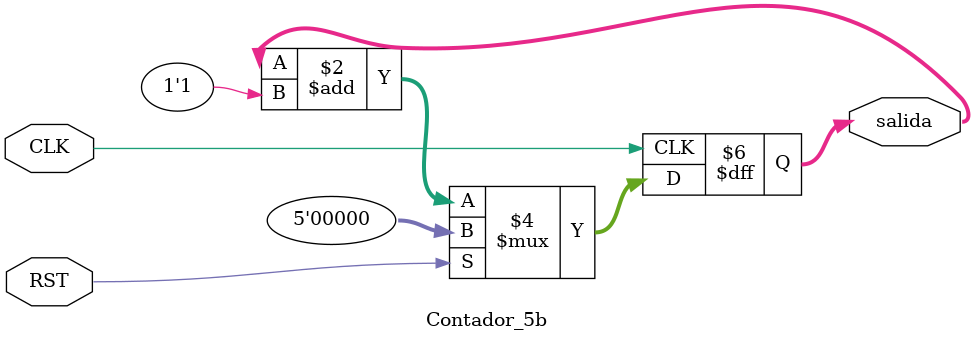
<source format=v>
`timescale 1ns / 1ps


module Contador_5b(CLK, RST, salida
    );
    input CLK, RST;
    output reg [4:0] salida;
    
    always @(posedge CLK)
        if (RST)
            salida <= 5'b0;
        else
            salida <= salida +1'b1;
endmodule

</source>
